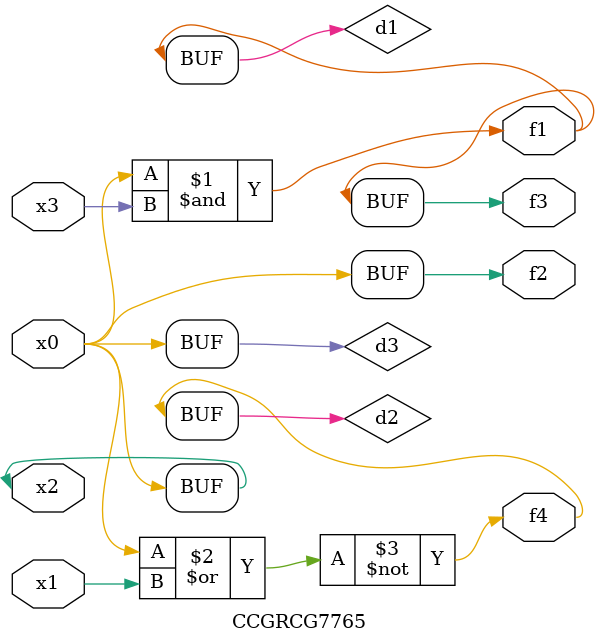
<source format=v>
module CCGRCG7765(
	input x0, x1, x2, x3,
	output f1, f2, f3, f4
);

	wire d1, d2, d3;

	and (d1, x2, x3);
	nor (d2, x0, x1);
	buf (d3, x0, x2);
	assign f1 = d1;
	assign f2 = d3;
	assign f3 = d1;
	assign f4 = d2;
endmodule

</source>
